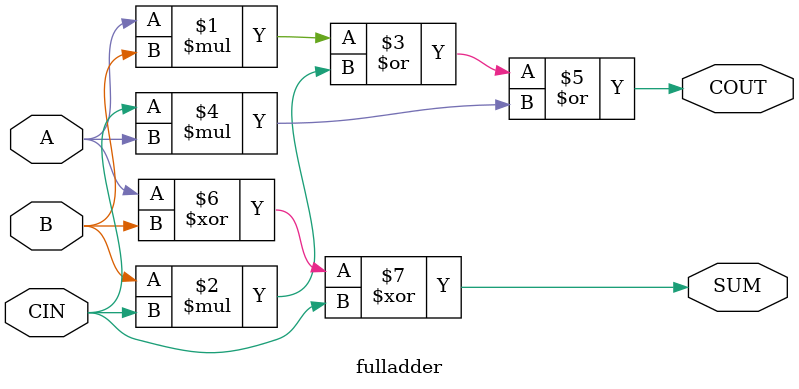
<source format=v>
/* Now that you know how to build a full adder, make 3 instances of it to create a 3-bit binary ripple-carry adder. 
The adder adds two 3-bit numbers and a carry-in to produce a 3-bit sum and carry out.
To encourage you to actually instantiate full adders, also output the carry-out from each full adder in the ripple-carry adder. 
cout[2] is the final carry-out from the last full adder, and is the carry-out you usually see. */

module top_module( 
    input [2:0] a, b,
    input cin,
    output [2:0] cout,
    output [2:0] sum );
    wire c1,c2;
    fulladder fa0(.A(a[0]),.B(b[0]),.CIN(cin),.SUM(sum[0]),.COUT(c1));
    fulladder fa1(.A(a[1]),.B(b[1]),.CIN(c1),.SUM(sum[1]),.COUT(c2));
    fulladder fa2(.A(a[2]),.B(b[2]),.CIN(c2),.SUM(sum[2]),.COUT(cout[2]));
    
    assign cout[0]=c1;
    assign cout[1]=c2;

endmodule

module fulladder(input A,input B,input CIN,output SUM,output COUT);
    assign COUT=A*B|B*CIN|CIN*A;
    assign SUM=A^B^CIN;
endmodule

</source>
